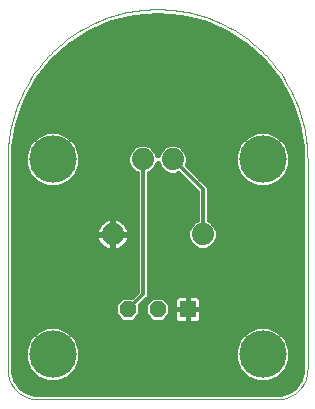
<source format=gbl>
G75*
%MOIN*%
%OFA0B0*%
%FSLAX25Y25*%
%IPPOS*%
%LPD*%
%AMOC8*
5,1,8,0,0,1.08239X$1,22.5*
%
%ADD10OC8,0.05600*%
%ADD11R,0.05600X0.05600*%
%ADD12C,0.00000*%
%ADD13C,0.15811*%
%ADD14C,0.07400*%
%ADD15C,0.01200*%
%ADD16C,0.01600*%
D10*
X0046800Y0054006D03*
X0056800Y0054006D03*
D11*
X0066800Y0054006D03*
D12*
X0096800Y0024006D02*
X0016800Y0024006D01*
X0016558Y0024009D01*
X0016317Y0024018D01*
X0016076Y0024032D01*
X0015835Y0024053D01*
X0015595Y0024079D01*
X0015355Y0024111D01*
X0015116Y0024149D01*
X0014879Y0024192D01*
X0014642Y0024242D01*
X0014407Y0024297D01*
X0014173Y0024357D01*
X0013941Y0024424D01*
X0013710Y0024495D01*
X0013481Y0024573D01*
X0013254Y0024656D01*
X0013029Y0024744D01*
X0012806Y0024838D01*
X0012586Y0024937D01*
X0012368Y0025042D01*
X0012153Y0025151D01*
X0011940Y0025266D01*
X0011730Y0025386D01*
X0011524Y0025511D01*
X0011320Y0025641D01*
X0011119Y0025776D01*
X0010922Y0025916D01*
X0010728Y0026060D01*
X0010538Y0026209D01*
X0010352Y0026363D01*
X0010169Y0026521D01*
X0009990Y0026683D01*
X0009815Y0026850D01*
X0009644Y0027021D01*
X0009477Y0027196D01*
X0009315Y0027375D01*
X0009157Y0027558D01*
X0009003Y0027744D01*
X0008854Y0027934D01*
X0008710Y0028128D01*
X0008570Y0028325D01*
X0008435Y0028526D01*
X0008305Y0028730D01*
X0008180Y0028936D01*
X0008060Y0029146D01*
X0007945Y0029359D01*
X0007836Y0029574D01*
X0007731Y0029792D01*
X0007632Y0030012D01*
X0007538Y0030235D01*
X0007450Y0030460D01*
X0007367Y0030687D01*
X0007289Y0030916D01*
X0007218Y0031147D01*
X0007151Y0031379D01*
X0007091Y0031613D01*
X0007036Y0031848D01*
X0006986Y0032085D01*
X0006943Y0032322D01*
X0006905Y0032561D01*
X0006873Y0032801D01*
X0006847Y0033041D01*
X0006826Y0033282D01*
X0006812Y0033523D01*
X0006803Y0033764D01*
X0006800Y0034006D01*
X0006800Y0104006D01*
X0006815Y0105224D01*
X0006859Y0106440D01*
X0006933Y0107656D01*
X0007037Y0108869D01*
X0007170Y0110079D01*
X0007333Y0111286D01*
X0007525Y0112488D01*
X0007746Y0113686D01*
X0007996Y0114878D01*
X0008275Y0116063D01*
X0008583Y0117241D01*
X0008920Y0118411D01*
X0009285Y0119573D01*
X0009678Y0120725D01*
X0010099Y0121868D01*
X0010548Y0122999D01*
X0011024Y0124120D01*
X0011528Y0125229D01*
X0012058Y0126325D01*
X0012615Y0127408D01*
X0013198Y0128477D01*
X0013806Y0129531D01*
X0014441Y0130571D01*
X0015100Y0131594D01*
X0015784Y0132602D01*
X0016493Y0133592D01*
X0017225Y0134565D01*
X0017981Y0135519D01*
X0018760Y0136455D01*
X0019561Y0137372D01*
X0020385Y0138269D01*
X0021230Y0139145D01*
X0022096Y0140001D01*
X0022983Y0140836D01*
X0023890Y0141648D01*
X0024816Y0142438D01*
X0025762Y0143206D01*
X0026725Y0143950D01*
X0027707Y0144670D01*
X0028706Y0145367D01*
X0029721Y0146039D01*
X0030753Y0146686D01*
X0031800Y0147307D01*
X0032862Y0147903D01*
X0033938Y0148473D01*
X0035027Y0149017D01*
X0036130Y0149533D01*
X0037245Y0150023D01*
X0038371Y0150486D01*
X0039508Y0150921D01*
X0040656Y0151328D01*
X0041813Y0151707D01*
X0042979Y0152058D01*
X0044153Y0152380D01*
X0045335Y0152674D01*
X0046524Y0152939D01*
X0047718Y0153174D01*
X0048918Y0153381D01*
X0050123Y0153558D01*
X0051331Y0153706D01*
X0052543Y0153824D01*
X0053758Y0153913D01*
X0054974Y0153973D01*
X0056191Y0154002D01*
X0057409Y0154002D01*
X0058626Y0153973D01*
X0059842Y0153913D01*
X0061057Y0153824D01*
X0062269Y0153706D01*
X0063477Y0153558D01*
X0064682Y0153381D01*
X0065882Y0153174D01*
X0067076Y0152939D01*
X0068265Y0152674D01*
X0069447Y0152380D01*
X0070621Y0152058D01*
X0071787Y0151707D01*
X0072944Y0151328D01*
X0074092Y0150921D01*
X0075229Y0150486D01*
X0076355Y0150023D01*
X0077470Y0149533D01*
X0078573Y0149017D01*
X0079662Y0148473D01*
X0080738Y0147903D01*
X0081800Y0147307D01*
X0082847Y0146686D01*
X0083879Y0146039D01*
X0084894Y0145367D01*
X0085893Y0144670D01*
X0086875Y0143950D01*
X0087838Y0143206D01*
X0088784Y0142438D01*
X0089710Y0141648D01*
X0090617Y0140836D01*
X0091504Y0140001D01*
X0092370Y0139145D01*
X0093215Y0138269D01*
X0094039Y0137372D01*
X0094840Y0136455D01*
X0095619Y0135519D01*
X0096375Y0134565D01*
X0097107Y0133592D01*
X0097816Y0132602D01*
X0098500Y0131594D01*
X0099159Y0130571D01*
X0099794Y0129531D01*
X0100402Y0128477D01*
X0100985Y0127408D01*
X0101542Y0126325D01*
X0102072Y0125229D01*
X0102576Y0124120D01*
X0103052Y0122999D01*
X0103501Y0121868D01*
X0103922Y0120725D01*
X0104315Y0119573D01*
X0104680Y0118411D01*
X0105017Y0117241D01*
X0105325Y0116063D01*
X0105604Y0114878D01*
X0105854Y0113686D01*
X0106075Y0112488D01*
X0106267Y0111286D01*
X0106430Y0110079D01*
X0106563Y0108869D01*
X0106667Y0107656D01*
X0106741Y0106440D01*
X0106785Y0105224D01*
X0106800Y0104006D01*
X0106800Y0034006D01*
X0106797Y0033764D01*
X0106788Y0033523D01*
X0106774Y0033282D01*
X0106753Y0033041D01*
X0106727Y0032801D01*
X0106695Y0032561D01*
X0106657Y0032322D01*
X0106614Y0032085D01*
X0106564Y0031848D01*
X0106509Y0031613D01*
X0106449Y0031379D01*
X0106382Y0031147D01*
X0106311Y0030916D01*
X0106233Y0030687D01*
X0106150Y0030460D01*
X0106062Y0030235D01*
X0105968Y0030012D01*
X0105869Y0029792D01*
X0105764Y0029574D01*
X0105655Y0029359D01*
X0105540Y0029146D01*
X0105420Y0028936D01*
X0105295Y0028730D01*
X0105165Y0028526D01*
X0105030Y0028325D01*
X0104890Y0028128D01*
X0104746Y0027934D01*
X0104597Y0027744D01*
X0104443Y0027558D01*
X0104285Y0027375D01*
X0104123Y0027196D01*
X0103956Y0027021D01*
X0103785Y0026850D01*
X0103610Y0026683D01*
X0103431Y0026521D01*
X0103248Y0026363D01*
X0103062Y0026209D01*
X0102872Y0026060D01*
X0102678Y0025916D01*
X0102481Y0025776D01*
X0102280Y0025641D01*
X0102076Y0025511D01*
X0101870Y0025386D01*
X0101660Y0025266D01*
X0101447Y0025151D01*
X0101232Y0025042D01*
X0101014Y0024937D01*
X0100794Y0024838D01*
X0100571Y0024744D01*
X0100346Y0024656D01*
X0100119Y0024573D01*
X0099890Y0024495D01*
X0099659Y0024424D01*
X0099427Y0024357D01*
X0099193Y0024297D01*
X0098958Y0024242D01*
X0098721Y0024192D01*
X0098484Y0024149D01*
X0098245Y0024111D01*
X0098005Y0024079D01*
X0097765Y0024053D01*
X0097524Y0024032D01*
X0097283Y0024018D01*
X0097042Y0024009D01*
X0096800Y0024006D01*
D13*
X0091800Y0039006D03*
X0091800Y0104006D03*
X0021800Y0104006D03*
X0021800Y0039006D03*
D14*
X0041800Y0079006D03*
X0051800Y0104006D03*
X0061800Y0104006D03*
X0071800Y0079006D03*
D15*
X0071800Y0094006D01*
X0061800Y0104006D01*
X0051800Y0104006D02*
X0051800Y0059006D01*
X0046800Y0054006D01*
D16*
X0049914Y0051181D02*
X0053686Y0051181D01*
X0052600Y0052266D02*
X0055060Y0049806D01*
X0058540Y0049806D01*
X0061000Y0052266D01*
X0061000Y0055746D01*
X0058540Y0058206D01*
X0055060Y0058206D01*
X0052600Y0055746D01*
X0052600Y0052266D01*
X0052600Y0052779D02*
X0051000Y0052779D01*
X0051000Y0052266D02*
X0051000Y0055377D01*
X0052628Y0057006D01*
X0053800Y0058177D01*
X0053800Y0099314D01*
X0054689Y0099682D01*
X0056124Y0101117D01*
X0056800Y0102750D01*
X0057476Y0101117D01*
X0058911Y0099682D01*
X0060786Y0098906D01*
X0062814Y0098906D01*
X0063703Y0099274D01*
X0069800Y0093177D01*
X0069800Y0083698D01*
X0068911Y0083329D01*
X0067476Y0081895D01*
X0066700Y0080020D01*
X0066700Y0077991D01*
X0067476Y0076117D01*
X0068911Y0074682D01*
X0070786Y0073906D01*
X0072814Y0073906D01*
X0074689Y0074682D01*
X0076124Y0076117D01*
X0076900Y0077991D01*
X0076900Y0080020D01*
X0076124Y0081895D01*
X0074689Y0083329D01*
X0073800Y0083698D01*
X0073800Y0094834D01*
X0072628Y0096006D01*
X0066532Y0102103D01*
X0066900Y0102991D01*
X0066900Y0105020D01*
X0066124Y0106895D01*
X0064689Y0108329D01*
X0062814Y0109106D01*
X0060786Y0109106D01*
X0058911Y0108329D01*
X0057476Y0106895D01*
X0056800Y0105262D01*
X0056124Y0106895D01*
X0054689Y0108329D01*
X0052814Y0109106D01*
X0050786Y0109106D01*
X0048911Y0108329D01*
X0047476Y0106895D01*
X0046700Y0105020D01*
X0046700Y0102991D01*
X0047476Y0101117D01*
X0048911Y0099682D01*
X0049800Y0099314D01*
X0049800Y0059834D01*
X0048172Y0058206D01*
X0045060Y0058206D01*
X0042600Y0055746D01*
X0042600Y0052266D01*
X0045060Y0049806D01*
X0048540Y0049806D01*
X0051000Y0052266D01*
X0051000Y0054378D02*
X0052600Y0054378D01*
X0052831Y0055976D02*
X0051599Y0055976D01*
X0053197Y0057575D02*
X0054429Y0057575D01*
X0053800Y0059173D02*
X0105000Y0059173D01*
X0105000Y0057575D02*
X0071235Y0057575D01*
X0071277Y0057501D02*
X0071040Y0057911D01*
X0070705Y0058246D01*
X0070295Y0058483D01*
X0069837Y0058606D01*
X0066800Y0058606D01*
X0066800Y0054006D01*
X0066800Y0054006D01*
X0066800Y0058606D01*
X0063763Y0058606D01*
X0063305Y0058483D01*
X0062895Y0058246D01*
X0062560Y0057911D01*
X0062323Y0057501D01*
X0062200Y0057043D01*
X0062200Y0054006D01*
X0066800Y0054006D01*
X0071400Y0054006D01*
X0071400Y0057043D01*
X0071277Y0057501D01*
X0071400Y0055976D02*
X0105000Y0055976D01*
X0105000Y0054378D02*
X0071400Y0054378D01*
X0071400Y0054006D02*
X0066800Y0054006D01*
X0066800Y0054006D01*
X0066800Y0054006D01*
X0062200Y0054006D01*
X0062200Y0050969D01*
X0062323Y0050511D01*
X0062560Y0050101D01*
X0062895Y0049766D01*
X0063305Y0049529D01*
X0063763Y0049406D01*
X0066800Y0049406D01*
X0069837Y0049406D01*
X0070295Y0049529D01*
X0070705Y0049766D01*
X0071040Y0050101D01*
X0071277Y0050511D01*
X0071400Y0050969D01*
X0071400Y0054006D01*
X0071400Y0052779D02*
X0105000Y0052779D01*
X0105000Y0051181D02*
X0071400Y0051181D01*
X0070387Y0049582D02*
X0105000Y0049582D01*
X0105000Y0047984D02*
X0094442Y0047984D01*
X0093651Y0048311D02*
X0089949Y0048311D01*
X0086529Y0046895D01*
X0083911Y0044277D01*
X0082494Y0040857D01*
X0082494Y0037155D01*
X0083911Y0033735D01*
X0086529Y0031117D01*
X0089949Y0029700D01*
X0093651Y0029700D01*
X0097071Y0031117D01*
X0099689Y0033735D01*
X0101105Y0037155D01*
X0101105Y0040857D01*
X0099689Y0044277D01*
X0097071Y0046895D01*
X0093651Y0048311D01*
X0097581Y0046385D02*
X0105000Y0046385D01*
X0105000Y0044787D02*
X0099179Y0044787D01*
X0100140Y0043188D02*
X0105000Y0043188D01*
X0105000Y0041590D02*
X0100802Y0041590D01*
X0101105Y0039991D02*
X0105000Y0039991D01*
X0105000Y0038393D02*
X0101105Y0038393D01*
X0100956Y0036794D02*
X0105000Y0036794D01*
X0105000Y0035195D02*
X0100294Y0035195D01*
X0099551Y0033597D02*
X0104968Y0033597D01*
X0105000Y0034006D02*
X0104899Y0032723D01*
X0104106Y0030283D01*
X0102598Y0028208D01*
X0100523Y0026700D01*
X0098083Y0025907D01*
X0096800Y0025806D01*
X0016800Y0025806D01*
X0015517Y0025907D01*
X0013077Y0026700D01*
X0011002Y0028208D01*
X0009494Y0030283D01*
X0008701Y0032723D01*
X0008600Y0034006D01*
X0008600Y0104006D01*
X0008765Y0107986D01*
X0010075Y0115838D01*
X0012660Y0123368D01*
X0016449Y0130369D01*
X0021338Y0136651D01*
X0027195Y0142042D01*
X0033859Y0146397D01*
X0041149Y0149594D01*
X0048867Y0151549D01*
X0056800Y0152206D01*
X0064733Y0151549D01*
X0072451Y0149594D01*
X0079741Y0146397D01*
X0086405Y0142042D01*
X0092262Y0136651D01*
X0097151Y0130369D01*
X0100940Y0123368D01*
X0103525Y0115838D01*
X0104835Y0107986D01*
X0105000Y0104006D01*
X0105000Y0034006D01*
X0104664Y0031998D02*
X0097953Y0031998D01*
X0095340Y0030400D02*
X0104144Y0030400D01*
X0103030Y0028801D02*
X0010570Y0028801D01*
X0009456Y0030400D02*
X0018260Y0030400D01*
X0019949Y0029700D02*
X0023651Y0029700D01*
X0027071Y0031117D01*
X0029689Y0033735D01*
X0031105Y0037155D01*
X0031105Y0040857D01*
X0029689Y0044277D01*
X0027071Y0046895D01*
X0023651Y0048311D01*
X0019949Y0048311D01*
X0016529Y0046895D01*
X0013911Y0044277D01*
X0012494Y0040857D01*
X0012494Y0037155D01*
X0013911Y0033735D01*
X0016529Y0031117D01*
X0019949Y0029700D01*
X0015647Y0031998D02*
X0008936Y0031998D01*
X0008632Y0033597D02*
X0014049Y0033597D01*
X0013306Y0035195D02*
X0008600Y0035195D01*
X0008600Y0036794D02*
X0012644Y0036794D01*
X0012494Y0038393D02*
X0008600Y0038393D01*
X0008600Y0039991D02*
X0012494Y0039991D01*
X0012798Y0041590D02*
X0008600Y0041590D01*
X0008600Y0043188D02*
X0013460Y0043188D01*
X0014421Y0044787D02*
X0008600Y0044787D01*
X0008600Y0046385D02*
X0016019Y0046385D01*
X0019158Y0047984D02*
X0008600Y0047984D01*
X0008600Y0049582D02*
X0063213Y0049582D01*
X0062200Y0051181D02*
X0059914Y0051181D01*
X0061000Y0052779D02*
X0062200Y0052779D01*
X0062200Y0054378D02*
X0061000Y0054378D01*
X0060769Y0055976D02*
X0062200Y0055976D01*
X0062365Y0057575D02*
X0059171Y0057575D01*
X0053800Y0060772D02*
X0105000Y0060772D01*
X0105000Y0062370D02*
X0053800Y0062370D01*
X0053800Y0063969D02*
X0105000Y0063969D01*
X0105000Y0065567D02*
X0053800Y0065567D01*
X0053800Y0067166D02*
X0105000Y0067166D01*
X0105000Y0068764D02*
X0053800Y0068764D01*
X0053800Y0070363D02*
X0105000Y0070363D01*
X0105000Y0071961D02*
X0053800Y0071961D01*
X0053800Y0073560D02*
X0105000Y0073560D01*
X0105000Y0075158D02*
X0075165Y0075158D01*
X0076389Y0076757D02*
X0105000Y0076757D01*
X0105000Y0078355D02*
X0076900Y0078355D01*
X0076900Y0079954D02*
X0105000Y0079954D01*
X0105000Y0081552D02*
X0076265Y0081552D01*
X0074868Y0083151D02*
X0105000Y0083151D01*
X0105000Y0084749D02*
X0073800Y0084749D01*
X0073800Y0086348D02*
X0105000Y0086348D01*
X0105000Y0087946D02*
X0073800Y0087946D01*
X0073800Y0089545D02*
X0105000Y0089545D01*
X0105000Y0091143D02*
X0073800Y0091143D01*
X0073800Y0092742D02*
X0105000Y0092742D01*
X0105000Y0094340D02*
X0073800Y0094340D01*
X0072695Y0095939D02*
X0086959Y0095939D01*
X0086529Y0096117D02*
X0089949Y0094700D01*
X0093651Y0094700D01*
X0097071Y0096117D01*
X0099689Y0098735D01*
X0101105Y0102155D01*
X0101105Y0105857D01*
X0099689Y0109277D01*
X0097071Y0111895D01*
X0093651Y0113311D01*
X0089949Y0113311D01*
X0086529Y0111895D01*
X0083911Y0109277D01*
X0082494Y0105857D01*
X0082494Y0102155D01*
X0083911Y0098735D01*
X0086529Y0096117D01*
X0085109Y0097537D02*
X0071097Y0097537D01*
X0069498Y0099136D02*
X0083745Y0099136D01*
X0083083Y0100734D02*
X0067900Y0100734D01*
X0066627Y0102333D02*
X0082494Y0102333D01*
X0082494Y0103931D02*
X0066900Y0103931D01*
X0066689Y0105530D02*
X0082494Y0105530D01*
X0083021Y0107128D02*
X0065890Y0107128D01*
X0063729Y0108727D02*
X0083683Y0108727D01*
X0084960Y0110326D02*
X0028640Y0110326D01*
X0029689Y0109277D02*
X0027071Y0111895D01*
X0023651Y0113311D01*
X0019949Y0113311D01*
X0016529Y0111895D01*
X0013911Y0109277D01*
X0012494Y0105857D01*
X0012494Y0102155D01*
X0013911Y0098735D01*
X0016529Y0096117D01*
X0019949Y0094700D01*
X0023651Y0094700D01*
X0027071Y0096117D01*
X0029689Y0098735D01*
X0031105Y0102155D01*
X0031105Y0105857D01*
X0029689Y0109277D01*
X0029917Y0108727D02*
X0049871Y0108727D01*
X0047710Y0107128D02*
X0030579Y0107128D01*
X0031105Y0105530D02*
X0046911Y0105530D01*
X0046700Y0103931D02*
X0031105Y0103931D01*
X0031105Y0102333D02*
X0046973Y0102333D01*
X0047859Y0100734D02*
X0030517Y0100734D01*
X0029855Y0099136D02*
X0049800Y0099136D01*
X0049800Y0097537D02*
X0028491Y0097537D01*
X0026641Y0095939D02*
X0049800Y0095939D01*
X0049800Y0094340D02*
X0008600Y0094340D01*
X0008600Y0092742D02*
X0049800Y0092742D01*
X0049800Y0091143D02*
X0008600Y0091143D01*
X0008600Y0089545D02*
X0049800Y0089545D01*
X0049800Y0087946D02*
X0008600Y0087946D01*
X0008600Y0086348D02*
X0049800Y0086348D01*
X0049800Y0084749D02*
X0008600Y0084749D01*
X0008600Y0083151D02*
X0038167Y0083151D01*
X0038217Y0083201D02*
X0037605Y0082589D01*
X0037096Y0081889D01*
X0036703Y0081117D01*
X0036435Y0080294D01*
X0036300Y0079439D01*
X0036300Y0079092D01*
X0041714Y0079092D01*
X0041714Y0084506D01*
X0041367Y0084506D01*
X0040512Y0084370D01*
X0039689Y0084103D01*
X0038917Y0083710D01*
X0038217Y0083201D01*
X0036925Y0081552D02*
X0008600Y0081552D01*
X0008600Y0079954D02*
X0036382Y0079954D01*
X0036300Y0078920D02*
X0036300Y0078573D01*
X0036435Y0077718D01*
X0036703Y0076895D01*
X0037096Y0076123D01*
X0037605Y0075423D01*
X0038217Y0074811D01*
X0038917Y0074302D01*
X0039689Y0073909D01*
X0040512Y0073641D01*
X0041367Y0073506D01*
X0041714Y0073506D01*
X0041714Y0078920D01*
X0036300Y0078920D01*
X0036334Y0078355D02*
X0008600Y0078355D01*
X0008600Y0076757D02*
X0036773Y0076757D01*
X0037869Y0075158D02*
X0008600Y0075158D01*
X0008600Y0073560D02*
X0041027Y0073560D01*
X0041714Y0073560D02*
X0041886Y0073560D01*
X0041886Y0073506D02*
X0042233Y0073506D01*
X0043088Y0073641D01*
X0043911Y0073909D01*
X0044683Y0074302D01*
X0045383Y0074811D01*
X0045995Y0075423D01*
X0046504Y0076123D01*
X0046897Y0076895D01*
X0047165Y0077718D01*
X0047300Y0078573D01*
X0047300Y0078920D01*
X0041886Y0078920D01*
X0041886Y0079092D01*
X0041714Y0079092D01*
X0041714Y0078920D01*
X0041886Y0078920D01*
X0041886Y0073506D01*
X0042573Y0073560D02*
X0049800Y0073560D01*
X0049800Y0075158D02*
X0045731Y0075158D01*
X0046827Y0076757D02*
X0049800Y0076757D01*
X0049800Y0078355D02*
X0047265Y0078355D01*
X0047300Y0079092D02*
X0047300Y0079439D01*
X0047165Y0080294D01*
X0046897Y0081117D01*
X0046504Y0081889D01*
X0045995Y0082589D01*
X0045383Y0083201D01*
X0044683Y0083710D01*
X0043911Y0084103D01*
X0043088Y0084370D01*
X0042233Y0084506D01*
X0041886Y0084506D01*
X0041886Y0079092D01*
X0047300Y0079092D01*
X0047218Y0079954D02*
X0049800Y0079954D01*
X0049800Y0081552D02*
X0046675Y0081552D01*
X0045433Y0083151D02*
X0049800Y0083151D01*
X0053800Y0083151D02*
X0068732Y0083151D01*
X0069800Y0084749D02*
X0053800Y0084749D01*
X0053800Y0086348D02*
X0069800Y0086348D01*
X0069800Y0087946D02*
X0053800Y0087946D01*
X0053800Y0089545D02*
X0069800Y0089545D01*
X0069800Y0091143D02*
X0053800Y0091143D01*
X0053800Y0092742D02*
X0069800Y0092742D01*
X0068637Y0094340D02*
X0053800Y0094340D01*
X0053800Y0095939D02*
X0067039Y0095939D01*
X0065440Y0097537D02*
X0053800Y0097537D01*
X0053800Y0099136D02*
X0060230Y0099136D01*
X0063370Y0099136D02*
X0063842Y0099136D01*
X0057859Y0100734D02*
X0055741Y0100734D01*
X0056627Y0102333D02*
X0056973Y0102333D01*
X0056911Y0105530D02*
X0056689Y0105530D01*
X0055890Y0107128D02*
X0057710Y0107128D01*
X0059871Y0108727D02*
X0053729Y0108727D01*
X0041886Y0083151D02*
X0041714Y0083151D01*
X0041714Y0081552D02*
X0041886Y0081552D01*
X0041886Y0079954D02*
X0041714Y0079954D01*
X0041714Y0078355D02*
X0041886Y0078355D01*
X0041886Y0076757D02*
X0041714Y0076757D01*
X0041714Y0075158D02*
X0041886Y0075158D01*
X0049800Y0071961D02*
X0008600Y0071961D01*
X0008600Y0070363D02*
X0049800Y0070363D01*
X0049800Y0068764D02*
X0008600Y0068764D01*
X0008600Y0067166D02*
X0049800Y0067166D01*
X0049800Y0065567D02*
X0008600Y0065567D01*
X0008600Y0063969D02*
X0049800Y0063969D01*
X0049800Y0062370D02*
X0008600Y0062370D01*
X0008600Y0060772D02*
X0049800Y0060772D01*
X0049139Y0059173D02*
X0008600Y0059173D01*
X0008600Y0057575D02*
X0044429Y0057575D01*
X0042831Y0055976D02*
X0008600Y0055976D01*
X0008600Y0054378D02*
X0042600Y0054378D01*
X0042600Y0052779D02*
X0008600Y0052779D01*
X0008600Y0051181D02*
X0043686Y0051181D01*
X0030802Y0041590D02*
X0082798Y0041590D01*
X0082494Y0039991D02*
X0031105Y0039991D01*
X0031105Y0038393D02*
X0082494Y0038393D01*
X0082644Y0036794D02*
X0030956Y0036794D01*
X0030294Y0035195D02*
X0083306Y0035195D01*
X0084049Y0033597D02*
X0029551Y0033597D01*
X0027953Y0031998D02*
X0085647Y0031998D01*
X0088260Y0030400D02*
X0025340Y0030400D01*
X0030140Y0043188D02*
X0083460Y0043188D01*
X0084421Y0044787D02*
X0029179Y0044787D01*
X0027581Y0046385D02*
X0086019Y0046385D01*
X0089158Y0047984D02*
X0024442Y0047984D01*
X0012385Y0027203D02*
X0101215Y0027203D01*
X0068435Y0075158D02*
X0053800Y0075158D01*
X0053800Y0076757D02*
X0067211Y0076757D01*
X0066700Y0078355D02*
X0053800Y0078355D01*
X0053800Y0079954D02*
X0066700Y0079954D01*
X0067335Y0081552D02*
X0053800Y0081552D01*
X0066800Y0057575D02*
X0066800Y0057575D01*
X0066800Y0055976D02*
X0066800Y0055976D01*
X0066800Y0054378D02*
X0066800Y0054378D01*
X0066800Y0054006D02*
X0066800Y0049406D01*
X0066800Y0054006D01*
X0066800Y0054006D01*
X0066800Y0052779D02*
X0066800Y0052779D01*
X0066800Y0051181D02*
X0066800Y0051181D01*
X0066800Y0049582D02*
X0066800Y0049582D01*
X0096641Y0095939D02*
X0105000Y0095939D01*
X0105000Y0097537D02*
X0098491Y0097537D01*
X0099855Y0099136D02*
X0105000Y0099136D01*
X0105000Y0100734D02*
X0100517Y0100734D01*
X0101105Y0102333D02*
X0105000Y0102333D01*
X0105000Y0103931D02*
X0101105Y0103931D01*
X0101105Y0105530D02*
X0104937Y0105530D01*
X0104871Y0107128D02*
X0100579Y0107128D01*
X0099917Y0108727D02*
X0104712Y0108727D01*
X0104445Y0110326D02*
X0098640Y0110326D01*
X0097000Y0111924D02*
X0104178Y0111924D01*
X0103912Y0113523D02*
X0009688Y0113523D01*
X0009955Y0115121D02*
X0103645Y0115121D01*
X0103223Y0116720D02*
X0010377Y0116720D01*
X0010926Y0118318D02*
X0102674Y0118318D01*
X0102125Y0119917D02*
X0011475Y0119917D01*
X0012024Y0121515D02*
X0101576Y0121515D01*
X0101027Y0123114D02*
X0012573Y0123114D01*
X0013387Y0124712D02*
X0100213Y0124712D01*
X0099348Y0126311D02*
X0014252Y0126311D01*
X0015117Y0127909D02*
X0098483Y0127909D01*
X0097617Y0129508D02*
X0015983Y0129508D01*
X0017022Y0131106D02*
X0096578Y0131106D01*
X0095333Y0132705D02*
X0018267Y0132705D01*
X0019511Y0134303D02*
X0094089Y0134303D01*
X0092845Y0135902D02*
X0020755Y0135902D01*
X0022261Y0137500D02*
X0091339Y0137500D01*
X0089603Y0139099D02*
X0023997Y0139099D01*
X0025734Y0140697D02*
X0087866Y0140697D01*
X0086405Y0142042D02*
X0086405Y0142042D01*
X0086017Y0142296D02*
X0027583Y0142296D01*
X0030029Y0143894D02*
X0083571Y0143894D01*
X0081124Y0145493D02*
X0032476Y0145493D01*
X0035443Y0147091D02*
X0078157Y0147091D01*
X0074513Y0148690D02*
X0039087Y0148690D01*
X0043890Y0150288D02*
X0069710Y0150288D01*
X0060651Y0151887D02*
X0052949Y0151887D01*
X0027000Y0111924D02*
X0086600Y0111924D01*
X0016600Y0111924D02*
X0009422Y0111924D01*
X0009155Y0110326D02*
X0014960Y0110326D01*
X0013683Y0108727D02*
X0008888Y0108727D01*
X0008729Y0107128D02*
X0013021Y0107128D01*
X0012494Y0105530D02*
X0008663Y0105530D01*
X0008600Y0103931D02*
X0012494Y0103931D01*
X0012494Y0102333D02*
X0008600Y0102333D01*
X0008600Y0100734D02*
X0013083Y0100734D01*
X0013745Y0099136D02*
X0008600Y0099136D01*
X0008600Y0097537D02*
X0015109Y0097537D01*
X0016959Y0095939D02*
X0008600Y0095939D01*
M02*

</source>
